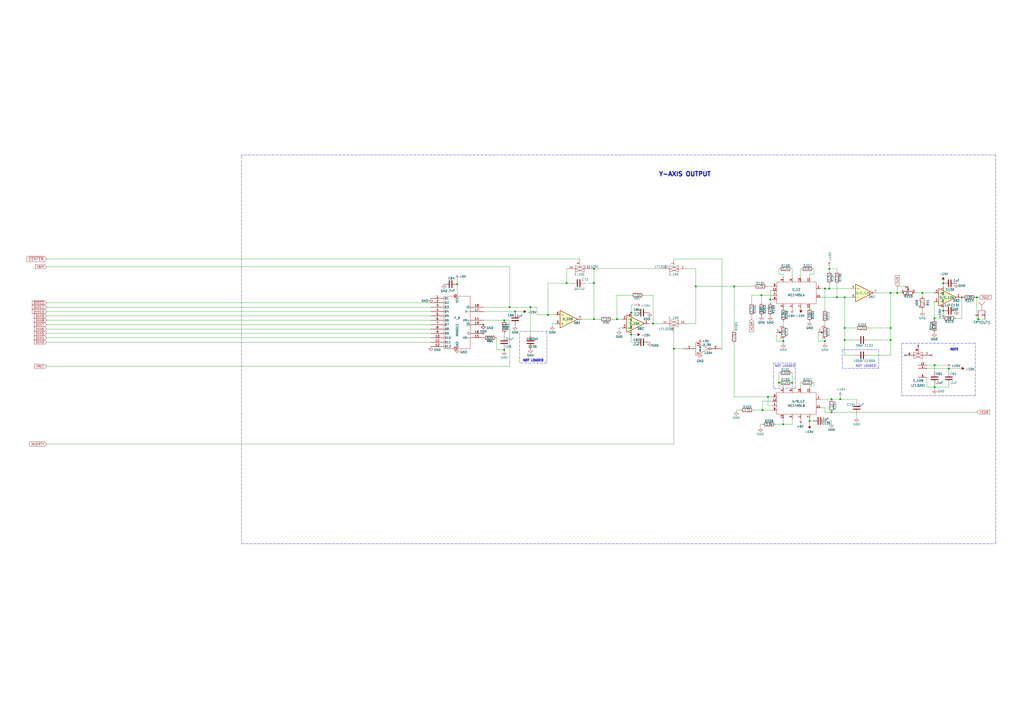
<source format=kicad_sch>
(kicad_sch (version 20211123) (generator eeschema)
  (paper "A2")
  (lib_symbols
    (symbol "Device:C" (pin_numbers hide) (pin_names (offset 0.254))
      (property "Reference" "C" (at 0.635 2.54 0))
      (property "Value" "C" (at 0.635 -2.54 0))
      (symbol "C_0_1"
        (polyline (pts (xy -2.032 -0.762) (xy 2.032 -0.762)) (stroke (width 0.508)))
        (polyline (pts (xy -2.032 0.762) (xy 2.032 0.762)) (stroke (width 0.508)))
      )
      (symbol "C_1_1"
        (pin passive line (at 0 3.81 270) (length 2.794) (name "~") (number "1"))
        (pin passive line (at 0 -3.81 90) (length 2.794) (name "~") (number "2"))
      )
    )
    (symbol "Device:R" (pin_numbers hide) (pin_names (offset 0))
      (property "Reference" "R" (at 2.032 0 90))
      (property "Value" "R" (at 0 0 90))
      (symbol "R_0_1"
        (rectangle (start -1.016 -2.54) (end 1.016 2.54) (stroke (width 0.254)))
      )
      (symbol "R_1_1"
        (pin passive line (at 0 3.81 270) (length 1.27) (name "~") (number "1"))
        (pin passive line (at 0 -3.81 90) (length 1.27) (name "~") (number "2"))
      )
    )
    (symbol "Device:Varistor" (pin_numbers hide) (pin_names (offset 0))
      (property "Reference" "RV" (at 3.175 0 90))
      (property "Value" "Varistor" (at -3.175 0 90))
      (symbol "Varistor_0_0"
        (text "U" (at -1.778 -2.032 0) (effects (font (size 1.27 1.27))))
      )
      (symbol "Varistor_0_1"
        (rectangle (start -1.016 -2.54) (end 1.016 2.54) (stroke (width 0.254)))
        (polyline (pts (xy -1.905 2.54) (xy -1.905 1.27) (xy 1.905 -1.27)))
      )
      (symbol "Varistor_1_1"
        (pin passive line (at 0 3.81 270) (length 1.27) (name "~") (number "1"))
        (pin passive line (at 0 -3.81 90) (length 1.27) (name "~") (number "2"))
      )
    )
    (symbol "Star_Wars_Vector_PCB:AM6012" (pin_names (offset 0.254))
      (property "Reference" "U" (at 0 1.27 0))
      (property "Value" "AM6012" (at 0 -5.715 90))
      (symbol "AM6012_0_0"
        (pin power_in line (at 0 -16.51 90) (length 0) (name "GND") (number "13"))
      )
      (symbol "AM6012_0_1"
        (rectangle (start -7.62 13.97) (end 7.62 -16.51))
      )
      (symbol "AM6012_1_0"
        (pin input line (at 15.24 0 180) (length 7.62) (name "VR+") (number "14"))
        (pin input line (at 15.24 -10.16 180) (length 7.62) (name "VR-") (number "15"))
        (pin input line (at 15.24 -7.62 180) (length 7.62) (name "C") (number "16"))
        (pin input line (at 15.24 5.08 180) (length 7.62) (name "V-") (number "17"))
        (pin input line (at 15.24 -2.54 180) (length 7.62) (name "~{IO}") (number "19"))
        (pin power_in line (at 0 13.97 270) (length 0) (name "VCC") (number "20"))
      )
      (symbol "AM6012_1_1"
        (pin input line (at -15.24 12.7 0) (length 7.62) (name "B1") (number "1"))
        (pin input line (at -15.24 -10.16 0) (length 7.62) (name "B10") (number "10"))
        (pin input line (at -15.24 -12.7 0) (length 7.62) (name "B11") (number "11"))
        (pin input line (at -15.24 -15.24 0) (length 7.62) (name "B12") (number "12"))
        (pin input line (at 15.24 7.62 180) (length 7.62) (name "IO") (number "18"))
        (pin input line (at -15.24 10.16 0) (length 7.62) (name "B2") (number "2"))
        (pin input line (at -15.24 7.62 0) (length 7.62) (name "B3") (number "3"))
        (pin input line (at -15.24 5.08 0) (length 7.62) (name "B4") (number "4"))
        (pin input line (at -15.24 2.54 0) (length 7.62) (name "B5") (number "5"))
        (pin input line (at -15.24 0 0) (length 7.62) (name "B6") (number "6"))
        (pin input line (at -15.24 -2.54 0) (length 7.62) (name "B7") (number "7"))
        (pin input line (at -15.24 -5.08 0) (length 7.62) (name "B8") (number "8"))
        (pin input line (at -15.24 -7.62 0) (length 7.62) (name "B9") (number "9"))
      )
    )
    (symbol "Star_Wars_Vector_PCB:LF13201" (pin_names (offset 0))
      (property "Reference" "U" (at 0 -3.175 0))
      (property "Value" "LF13201" (at 6.985 1.27 0))
      (symbol "LF13201_0_1"
        (polyline (pts (xy -2.54 1.905) (xy -2.54 -1.905) (xy 2.54 0) (xy -2.54 1.905)))
        (polyline (pts (xy 2.54 1.905) (xy 2.54 -1.905) (xy -2.54 0) (xy 2.54 1.905)))
      )
      (symbol "LF13201_1_1"
        (pin bidirectional line (at 0 5.715 270) (length 5.08) (name "~") (number "1"))
        (pin bidirectional line (at -7.62 0 0) (length 5.08) (name "~") (number "2"))
        (pin bidirectional line (at 7.62 0 180) (length 5.08) (name "~") (number "3"))
      )
      (symbol "LF13201_2_1"
        (pin power_in line (at 5.08 -5.715 180) (length 5.08) (name "~") (number "13"))
        (pin power_in line (at 5.08 -7.62 180) (length 5.08) (name "~") (number "4"))
        (pin power_in line (at 5.08 -12.7 180) (length 5.08) (name "~") (number "5"))
        (pin bidirectional line (at -7.62 0 0) (length 5.08) (name "~") (number "6"))
        (pin bidirectional line (at 7.62 0 180) (length 5.08) (name "~") (number "7"))
        (pin bidirectional line (at 0 5.715 270) (length 5.08) (name "~") (number "8"))
      )
      (symbol "LF13201_3_1"
        (pin bidirectional line (at -7.62 0 0) (length 5.08) (name "~") (number "10"))
        (pin bidirectional line (at 7.62 0 180) (length 5.08) (name "~") (number "11"))
        (pin bidirectional line (at 0 5.715 270) (length 5.08) (name "~") (number "9"))
      )
      (symbol "LF13201_4_1"
        (pin bidirectional line (at 7.62 0 180) (length 5.08) (name "~") (number "14"))
        (pin bidirectional line (at -7.62 0 0) (length 5.08) (name "~") (number "15"))
        (pin bidirectional line (at 0 5.715 270) (length 5.08) (name "~") (number "16"))
      )
    )
    (symbol "Star_Wars_Vector_PCB:LS04" (pin_names (offset 0.762))
      (property "Reference" "U" (at 4.445 2.54 0))
      (property "Value" "LS04" (at 5.08 -2.54 0))
      (symbol "LS04_0_0"
        (polyline (pts (xy -3.81 3.81) (xy -3.81 -3.81) (xy 3.81 0) (xy -3.81 3.81)))
      )
      (symbol "LS04_1_0"
        (pin power_in line (at -1.27 2.54 270) (length 0) (name "VCC") (number "14"))
        (pin power_in line (at -1.27 -2.54 90) (length 0) (name "GND") (number "7"))
      )
      (symbol "LS04_1_1"
        (pin input line (at -11.43 0 0) (length 7.62) (name "~") (number "1"))
        (pin output inverted (at 11.43 0 180) (length 7.62) (name "~") (number "2"))
      )
      (symbol "LS04_1_2"
        (pin input inverted (at -11.43 0 0) (length 7.62) (name "~") (number "1"))
        (pin output line (at 11.43 0 180) (length 7.62) (name "~") (number "2"))
      )
      (symbol "LS04_2_1"
        (pin input line (at -11.43 0 0) (length 7.62) (name "~") (number "3"))
        (pin output inverted (at 11.43 0 180) (length 7.62) (name "~") (number "4"))
      )
      (symbol "LS04_2_2"
        (pin input inverted (at -11.43 0 0) (length 7.62) (name "~") (number "3"))
        (pin output line (at 11.43 0 180) (length 7.62) (name "~") (number "4"))
      )
      (symbol "LS04_3_1"
        (pin input line (at -11.43 0 0) (length 7.62) (name "~") (number "5"))
        (pin output inverted (at 11.43 0 180) (length 7.62) (name "~") (number "6"))
      )
      (symbol "LS04_3_2"
        (pin input inverted (at -11.43 0 0) (length 7.62) (name "~") (number "5"))
        (pin output line (at 11.43 0 180) (length 7.62) (name "~") (number "6"))
      )
      (symbol "LS04_4_1"
        (pin output inverted (at 11.43 0 180) (length 7.62) (name "~") (number "8"))
        (pin input line (at -11.43 0 0) (length 7.62) (name "~") (number "9"))
      )
      (symbol "LS04_4_2"
        (pin output line (at 11.43 0 180) (length 7.62) (name "~") (number "8"))
        (pin input inverted (at -11.43 0 0) (length 7.62) (name "~") (number "9"))
      )
      (symbol "LS04_5_1"
        (pin output inverted (at 11.43 0 180) (length 7.62) (name "~") (number "10"))
        (pin input line (at -11.43 0 0) (length 7.62) (name "~") (number "11"))
      )
      (symbol "LS04_5_2"
        (pin output line (at 11.43 0 180) (length 7.62) (name "~") (number "10"))
        (pin input inverted (at -11.43 0 0) (length 7.62) (name "~") (number "11"))
      )
      (symbol "LS04_6_1"
        (pin output inverted (at 11.43 0 180) (length 7.62) (name "~") (number "12"))
        (pin input line (at -11.43 0 0) (length 7.62) (name "~") (number "13"))
      )
      (symbol "LS04_6_2"
        (pin output line (at 11.43 0 180) (length 7.62) (name "~") (number "12"))
        (pin input inverted (at -11.43 0 0) (length 7.62) (name "~") (number "13"))
      )
    )
    (symbol "atari_grav_bw:082"
      (property "Reference" "U" (at 2.54 2.54 0))
      (property "Value" "082" (at 2.54 -2.54 0))
      (symbol "082_0_1"
        (polyline (pts (xy -5.08 -5.08) (xy 5.08 0) (xy -5.08 5.08) (xy -5.08 -5.08)) (stroke (width 0.254)) (fill (type background)))
      )
      (symbol "082_1_1"
        (pin output line (at 7.62 0 180) (length 2.54) (name "~") (number "1"))
        (pin input line (at -7.62 2.54 0) (length 2.54) (name "-") (number "2"))
        (pin input line (at -7.62 -2.54 0) (length 2.54) (name "+") (number "3"))
        (pin power_in line (at -2.54 -6.35 90) (length 2.54) (name "VSS") (number "4"))
        (pin power_in line (at -2.54 6.35 270) (length 2.54) (name "VCC") (number "8"))
      )
      (symbol "082_2_1"
        (pin input line (at -7.62 2.54 0) (length 2.54) (name "+") (number "5"))
        (pin input line (at -7.62 -2.54 0) (length 2.54) (name "-") (number "6"))
        (pin output line (at 7.62 0 180) (length 2.54) (name "~") (number "7"))
      )
    )
    (symbol "atari_grav_bw:POT"
      (property "Reference" "R" (at -3.81 -1.27 0))
      (property "Value" "POT" (at -3.81 1.27 0))
      (symbol "POT_0_1"
        (polyline (pts (xy 2.54 0) (xy 1.524 0)))
        (polyline (pts (xy 1.143 0) (xy 2.286 0.508) (xy 2.286 -0.508)) (fill (type outline)))
        (rectangle (start 1.016 2.54) (end -1.016 -2.54) (stroke (width 0.254)))
      )
      (symbol "POT_1_1"
        (pin passive line (at 0 3.81 270) (length 1.27) (name "") (number "1"))
        (pin passive line (at 3.81 0 180) (length 1.27) (name "") (number "2"))
        (pin passive line (at 0 -3.81 90) (length 1.27) (name "") (number "3"))
      )
    )
    (symbol "atari_grav_bw:TP" (pin_names (offset 1.016))
      (property "Reference" "TP" (at 0 6.35 0))
      (symbol "TP_0_1"
        (polyline (pts (xy 1.905 0) (xy 0 0)))
        (polyline (pts (xy -1.905 5.08) (xy 0 3.175) (xy 1.905 5.08)))
        (polyline (pts (xy 0 3.175) (xy 0 0) (xy -1.905 0)))
      )
      (symbol "TP_1_1"
        (pin input line (at -1.905 -5.08 90) (length 5.08) (name "~") (number "1"))
        (pin input line (at 1.905 -5.08 90) (length 5.08) (name "~") (number "2"))
      )
    )
    (symbol "power:+15V" (power) (pin_names (offset 0))
      (property "Value" "+15V" (at 0 3.556 0))
      (symbol "+15V_0_1"
        (polyline (pts (xy -0.762 1.27) (xy 0 2.54)))
        (polyline (pts (xy 0 0) (xy 0 2.54)))
        (polyline (pts (xy 0 2.54) (xy 0.762 1.27)))
      )
      (symbol "+15V_1_1"
        (pin power_in line (at 0 0 90) (length 0) hide (name "+15V") (number "1"))
      )
    )
    (symbol "power:+5V" (power) (pin_names (offset 0))
      (property "Value" "+5V" (at 0 3.556 0))
      (symbol "+5V_0_1"
        (polyline (pts (xy -0.762 1.27) (xy 0 2.54)))
        (polyline (pts (xy 0 0) (xy 0 2.54)))
        (polyline (pts (xy 0 2.54) (xy 0.762 1.27)))
      )
      (symbol "+5V_1_1"
        (pin power_in line (at 0 0 90) (length 0) hide (name "+5V") (number "1"))
      )
    )
    (symbol "power:+6V" (power) (pin_names (offset 0))
      (property "Value" "+6V" (at 0 3.556 0))
      (symbol "+6V_0_1"
        (polyline (pts (xy -0.762 1.27) (xy 0 2.54)))
        (polyline (pts (xy 0 0) (xy 0 2.54)))
        (polyline (pts (xy 0 2.54) (xy 0.762 1.27)))
      )
      (symbol "+6V_1_1"
        (pin power_in line (at 0 0 90) (length 0) hide (name "+6V") (number "1"))
      )
    )
    (symbol "power:-15V" (power) (pin_names (offset 0))
      (property "Value" "-15V" (at 0 3.81 0))
      (symbol "-15V_0_0"
        (pin power_in line (at 0 0 90) (length 0) hide (name "-15V") (number "1"))
      )
      (symbol "-15V_0_1"
        (polyline (pts (xy 0 0) (xy 0 1.27) (xy 0.762 1.27) (xy 0 2.54) (xy -0.762 1.27) (xy 0 1.27)) (fill (type outline)))
      )
    )
    (symbol "power:GND" (power) (pin_names (offset 0))
      (property "Value" "GND" (at 0 -3.81 0))
      (symbol "GND_0_1"
        (polyline (pts (xy 0 0) (xy 0 -1.27) (xy 1.27 -1.27) (xy 0 -2.54) (xy -1.27 -1.27) (xy 0 -1.27)))
      )
      (symbol "GND_1_1"
        (pin power_in line (at 0 0 270) (length 0) hide (name "GND") (number "1"))
      )
    )
    (symbol "quantum_arcade_pcb:MC1495LA" (pin_names (offset 1.016))
      (property "Reference" "U" (at 0 -1.27 0))
      (property "Value" "MC1495LA" (at 0 1.27 0))
      (symbol "MC1495LA_0_1"
        (rectangle (start -11.43 6.35) (end 11.43 -6.35))
      )
      (symbol "MC1495LA_1_1"
        (pin power_in line (at -2.54 -8.89 90) (length 2.54) (name "~") (number "1"))
        (pin passive line (at 2.54 8.89 270) (length 2.54) (name "~") (number "10"))
        (pin passive line (at 7.62 8.89 270) (length 2.54) (name "~") (number "11"))
        (pin passive line (at -13.97 1.27 0) (length 2.54) (name "~") (number "12"))
        (pin passive line (at 7.62 -8.89 90) (length 2.54) (name "~") (number "13"))
        (pin output line (at 13.97 -2.54 180) (length 2.54) (name "~") (number "14"))
        (pin passive line (at 13.97 2.54 180) (length 2.54) (name "~") (number "2"))
        (pin passive line (at -7.62 -8.89 90) (length 2.54) (name "~") (number "3"))
        (pin input line (at -13.97 -1.27 0) (length 2.54) (name "~") (number "4"))
        (pin passive line (at -7.62 8.89 270) (length 2.54) (name "~") (number "5"))
        (pin passive line (at -2.54 8.89 270) (length 2.54) (name "~") (number "6"))
        (pin power_in line (at 2.54 -8.89 90) (length 2.54) (name "~") (number "7"))
        (pin passive line (at -13.97 -3.81 0) (length 2.54) (name "~") (number "8"))
        (pin input line (at -13.97 3.81 0) (length 2.54) (name "~") (number "9"))
      )
    )
    (symbol "quantum_arcade_pcb:MC1495LB" (pin_names (offset 1.016))
      (property "Reference" "U" (at 0 -1.27 0))
      (property "Value" "MC1495LB" (at 0 1.27 0))
      (symbol "MC1495LB_1_1"
        (rectangle (start -11.43 6.35) (end 11.43 -6.35))
        (pin power_in line (at 2.54 -8.89 90) (length 2.54) (name "~") (number "1"))
        (pin passive line (at 2.54 8.89 270) (length 2.54) (name "~") (number "10"))
        (pin passive line (at 7.62 8.89 270) (length 2.54) (name "~") (number "11"))
        (pin passive line (at -13.97 1.27 0) (length 2.54) (name "~") (number "12"))
        (pin passive line (at -7.62 -8.89 90) (length 2.54) (name "~") (number "13"))
        (pin output line (at 13.97 -2.54 180) (length 2.54) (name "~") (number "14"))
        (pin passive line (at 13.97 2.54 180) (length 2.54) (name "~") (number "2"))
        (pin passive line (at -2.54 -8.89 90) (length 2.54) (name "~") (number "3"))
        (pin input line (at -13.97 -1.27 0) (length 2.54) (name "~") (number "4"))
        (pin passive line (at -7.62 8.89 270) (length 2.54) (name "~") (number "5"))
        (pin passive line (at -2.54 8.89 270) (length 2.54) (name "~") (number "6"))
        (pin power_in line (at 7.62 -8.89 90) (length 2.54) (name "~") (number "7"))
        (pin passive line (at -13.97 -3.81 0) (length 2.54) (name "~") (number "8"))
        (pin input line (at -13.97 3.81 0) (length 2.54) (name "~") (number "9"))
      )
    )
  )
  (junction (at 378.841 187.706))
  (junction (at 292.481 185.801))
  (junction (at 482.346 239.141))
  (junction (at 542.163 211.836))
  (junction (at 469.646 244.221))
  (junction (at 516.636 169.926))
  (junction (at 516.636 197.231))
  (junction (at 547.116 164.338))
  (junction (at 542.163 224.536))
  (junction (at 307.721 178.181))
  (junction (at 567.563 185.293))
  (junction (at 487.426 231.521))
  (junction (at 489.966 197.231))
  (junction (at 478.536 167.386))
  (junction (at 485.521 172.466))
  (junction (at 547.116 180.213))
  (junction (at 454.406 197.866))
  (junction (at 298.831 180.721))
  (junction (at 489.966 172.466))
  (junction (at 441.706 171.196))
  (junction (at 520.446 169.926))
  (junction (at 445.516 230.251))
  (junction (at 442.341 237.871))
  (junction (at 535.051 169.926))
  (junction (at 390.906 202.311))
  (junction (at 516.636 190.246))
  (junction (at 280.416 188.341))
  (junction (at 425.831 166.116))
  (junction (at 295.656 178.181))
  (junction (at 481.076 155.956))
  (junction (at 489.966 190.246))
  (junction (at 317.881 182.626))
  (junction (at 366.141 194.056))
  (junction (at 344.551 164.211))
  (junction (at 344.551 185.166))
  (junction (at 451.866 221.996))
  (junction (at 403.606 166.116))
  (junction (at 542.036 184.658))
  (junction (at 328.676 164.211))
  (junction (at 292.481 202.946))
  (junction (at 366.141 181.356))
  (junction (at 482.346 231.521))
  (junction (at 557.911 172.466))
  (junction (at 550.418 213.741))
  (junction (at 357.886 185.166))
  (junction (at 459.486 221.996))
  (junction (at 566.674 172.466))
  (junction (at 265.176 164.846))
  (junction (at 478.536 197.866))
  (junction (at 481.076 167.386))
  (junction (at 454.406 246.126))
  (junction (at 446.786 173.736))
  (junction (at 344.551 155.956))
  (no_connect (at 525.018 206.121))
  (no_connect (at 540.258 206.121))
  (no_connect (at 280.416 193.421))
  (no_connect (at 532.638 200.406))
  (polyline (pts (xy 304.546 192.151) (xy 317.246 192.151)))
  (wire (pts (xy 566.166 172.466) (xy 566.674 172.466)))
  (wire (pts (xy 442.341 246.126) (xy 441.071 246.126)))
  (wire (pts (xy 390.906 193.421) (xy 390.906 202.311)))
  (wire (pts (xy 280.416 185.801) (xy 292.481 185.801)))
  (wire (pts (xy 475.996 167.386) (xy 478.536 167.386)))
  (polyline (pts (xy 509.651 202.946) (xy 509.651 213.741)))
  (polyline (pts (xy 301.371 210.566) (xy 301.371 192.151)))
  (wire (pts (xy 27.051 212.471) (xy 295.656 212.471)))
  (wire (pts (xy 344.551 164.211) (xy 344.551 185.166)))
  (wire (pts (xy 448.056 230.251) (xy 445.516 230.251)))
  (wire (pts (xy 448.056 166.116) (xy 444.881 166.116)))
  (polyline (pts (xy 301.371 192.151) (xy 304.546 192.151)))
  (wire (pts (xy 550.418 224.536) (xy 550.418 223.266)))
  (polyline (pts (xy 317.246 192.151) (xy 317.246 210.566)))
  (wire (pts (xy 366.141 194.056) (xy 366.141 198.501)))
  (wire (pts (xy 542.163 215.646) (xy 542.163 211.836)))
  (wire (pts (xy 418.846 150.241) (xy 390.906 150.241)))
  (wire (pts (xy 530.606 169.926) (xy 535.051 169.926)))
  (wire (pts (xy 328.676 155.956) (xy 328.676 164.211)))
  (wire (pts (xy 445.516 230.251) (xy 425.831 230.251)))
  (polyline (pts (xy 577.596 315.341) (xy 577.596 89.916)))
  (wire (pts (xy 427.101 237.871) (xy 427.101 238.506)))
  (wire (pts (xy 292.481 185.801) (xy 295.656 185.801)))
  (wire (pts (xy 471.551 244.221) (xy 469.646 244.221)))
  (wire (pts (xy 489.966 197.231) (xy 489.966 206.121)))
  (wire (pts (xy 542.163 211.836) (xy 548.513 211.836)))
  (wire (pts (xy 485.521 164.846) (xy 485.521 172.466)))
  (wire (pts (xy 298.831 180.721) (xy 302.641 180.721)))
  (wire (pts (xy 454.406 188.976) (xy 454.406 186.436)))
  (wire (pts (xy 516.636 206.121) (xy 516.636 197.231)))
  (wire (pts (xy 27.051 195.961) (xy 249.936 195.961)))
  (wire (pts (xy 503.936 197.231) (xy 516.636 197.231)))
  (wire (pts (xy 311.531 182.626) (xy 311.531 178.181)))
  (wire (pts (xy 557.276 172.466) (xy 557.911 172.466)))
  (wire (pts (xy 516.636 190.246) (xy 503.936 190.246)))
  (wire (pts (xy 359.156 190.246) (xy 359.156 191.516)))
  (wire (pts (xy 496.951 231.521) (xy 496.951 232.791)))
  (wire (pts (xy 451.866 159.131) (xy 454.406 159.131)))
  (wire (pts (xy 441.706 171.196) (xy 435.991 171.196)))
  (wire (pts (xy 27.051 175.641) (xy 249.936 175.641)))
  (wire (pts (xy 546.862 184.658) (xy 542.036 184.658)))
  (wire (pts (xy 295.656 185.801) (xy 295.656 212.471)))
  (wire (pts (xy 482.346 239.141) (xy 478.536 239.141)))
  (wire (pts (xy 482.346 231.521) (xy 487.426 231.521)))
  (wire (pts (xy 509.016 169.926) (xy 516.636 169.926)))
  (wire (pts (xy 496.951 240.411) (xy 496.951 242.316)))
  (wire (pts (xy 448.056 168.656) (xy 446.786 168.656)))
  (polyline (pts (xy 523.113 199.136) (xy 523.113 229.616)))
  (wire (pts (xy 489.966 190.246) (xy 489.966 197.231)))
  (wire (pts (xy 459.486 221.996) (xy 459.486 225.171)))
  (wire (pts (xy 328.676 164.211) (xy 317.881 164.211)))
  (wire (pts (xy 448.056 232.791) (xy 442.341 232.791)))
  (wire (pts (xy 344.551 155.956) (xy 383.286 155.956)))
  (wire (pts (xy 307.721 178.181) (xy 307.721 194.691)))
  (wire (pts (xy 547.116 178.816) (xy 547.116 180.213)))
  (wire (pts (xy 535.051 169.926) (xy 535.051 171.831)))
  (wire (pts (xy 292.481 202.946) (xy 292.481 203.581)))
  (wire (pts (xy 390.906 202.311) (xy 390.906 257.556)))
  (wire (pts (xy 489.966 172.466) (xy 485.521 172.466)))
  (wire (pts (xy 295.656 178.181) (xy 307.721 178.181)))
  (wire (pts (xy 535.051 169.926) (xy 542.036 169.926)))
  (wire (pts (xy 437.261 166.116) (xy 425.831 166.116)))
  (wire (pts (xy 474.726 197.866) (xy 474.726 192.786)))
  (wire (pts (xy 344.551 155.956) (xy 344.551 164.211)))
  (wire (pts (xy 317.881 164.211) (xy 317.881 182.626)))
  (wire (pts (xy 566.674 172.466) (xy 567.817 172.466)))
  (wire (pts (xy 280.416 180.721) (xy 298.831 180.721)))
  (wire (pts (xy 459.486 216.281) (xy 459.486 221.996)))
  (wire (pts (xy 403.606 166.116) (xy 425.831 166.116)))
  (wire (pts (xy 557.911 172.466) (xy 558.546 172.466)))
  (wire (pts (xy 27.051 198.501) (xy 249.936 198.501)))
  (wire (pts (xy 307.721 178.181) (xy 311.531 178.181)))
  (wire (pts (xy 435.991 183.261) (xy 435.991 185.166)))
  (polyline (pts (xy 461.391 210.566) (xy 461.391 218.821)))
  (polyline (pts (xy 565.658 229.616) (xy 565.658 199.136)))
  (wire (pts (xy 27.051 178.181) (xy 249.936 178.181)))
  (wire (pts (xy 550.418 215.646) (xy 550.418 213.741)))
  (wire (pts (xy 516.636 169.926) (xy 520.446 169.926)))
  (wire (pts (xy 489.966 172.466) (xy 493.776 172.466)))
  (wire (pts (xy 446.786 175.641) (xy 446.786 173.736)))
  (wire (pts (xy 481.076 164.846) (xy 481.076 167.386)))
  (wire (pts (xy 547.116 180.213) (xy 547.116 181.483)))
  (wire (pts (xy 567.563 185.293) (xy 571.373 185.293)))
  (wire (pts (xy 378.841 187.706) (xy 383.286 187.706)))
  (wire (pts (xy 27.051 183.261) (xy 249.936 183.261)))
  (wire (pts (xy 454.406 159.131) (xy 454.406 161.036)))
  (polyline (pts (xy 448.691 218.821) (xy 448.691 225.171)))
  (wire (pts (xy 441.706 171.196) (xy 448.056 171.196)))
  (wire (pts (xy 390.906 202.311) (xy 395.986 202.311)))
  (polyline (pts (xy 577.596 89.916) (xy 140.081 89.916)))
  (wire (pts (xy 368.681 194.056) (xy 366.141 194.056)))
  (wire (pts (xy 451.866 223.901) (xy 454.406 223.901)))
  (wire (pts (xy 478.536 167.386) (xy 481.076 167.386)))
  (polyline (pts (xy 448.691 210.566) (xy 461.391 210.566)))
  (wire (pts (xy 361.061 190.246) (xy 359.156 190.246)))
  (wire (pts (xy 446.786 168.656) (xy 446.786 173.736)))
  (wire (pts (xy 343.916 155.956) (xy 344.551 155.956)))
  (wire (pts (xy 378.841 187.706) (xy 378.841 171.196)))
  (wire (pts (xy 366.141 181.356) (xy 368.681 181.356)))
  (wire (pts (xy 478.536 236.601) (xy 475.996 236.601)))
  (wire (pts (xy 368.681 176.911) (xy 366.141 176.911)))
  (polyline (pts (xy 488.696 202.946) (xy 509.651 202.946)))
  (wire (pts (xy 459.486 155.956) (xy 459.486 161.036)))
  (wire (pts (xy 344.551 164.211) (xy 339.471 164.211)))
  (wire (pts (xy 357.886 185.166) (xy 361.061 185.166)))
  (wire (pts (xy 320.421 187.706) (xy 320.421 188.976)))
  (wire (pts (xy 27.051 190.881) (xy 249.936 190.881)))
  (wire (pts (xy 542.036 184.658) (xy 542.036 175.006)))
  (wire (pts (xy 472.186 159.131) (xy 469.646 159.131)))
  (wire (pts (xy 482.346 239.141) (xy 566.801 239.141)))
  (polyline (pts (xy 448.691 218.821) (xy 448.691 210.566)))
  (wire (pts (xy 537.718 218.821) (xy 537.718 224.536)))
  (wire (pts (xy 376.301 187.706) (xy 378.841 187.706)))
  (wire (pts (xy 403.606 166.116) (xy 403.606 187.706)))
  (wire (pts (xy 454.406 196.596) (xy 454.406 197.866)))
  (wire (pts (xy 451.866 221.996) (xy 451.866 223.901)))
  (wire (pts (xy 403.606 155.956) (xy 403.606 166.116)))
  (polyline (pts (xy 461.391 225.171) (xy 461.391 218.821)))
  (wire (pts (xy 403.606 155.956) (xy 398.526 155.956)))
  (wire (pts (xy 265.176 162.306) (xy 265.176 164.846)))
  (wire (pts (xy 418.846 202.311) (xy 418.846 150.241)))
  (wire (pts (xy 450.596 197.866) (xy 450.596 192.786)))
  (wire (pts (xy 366.141 176.911) (xy 366.141 181.356)))
  (wire (pts (xy 496.316 197.231) (xy 489.966 197.231)))
  (wire (pts (xy 469.646 244.221) (xy 469.646 246.126)))
  (wire (pts (xy 482.346 231.521) (xy 475.996 231.521)))
  (wire (pts (xy 535.051 179.451) (xy 535.051 180.721)))
  (wire (pts (xy 481.076 167.386) (xy 493.776 167.386)))
  (wire (pts (xy 376.301 198.501) (xy 376.936 198.501)))
  (wire (pts (xy 469.646 159.131) (xy 469.646 161.036)))
  (wire (pts (xy 376.301 181.356) (xy 376.936 181.356)))
  (polyline (pts (xy 140.081 315.341) (xy 577.596 315.341)))
  (wire (pts (xy 478.536 197.866) (xy 478.536 199.136)))
  (wire (pts (xy 478.536 196.596) (xy 478.536 197.866)))
  (wire (pts (xy 516.636 169.926) (xy 516.636 190.246)))
  (wire (pts (xy 451.866 216.281) (xy 451.866 221.996)))
  (wire (pts (xy 496.316 206.121) (xy 489.966 206.121)))
  (wire (pts (xy 27.051 257.556) (xy 390.906 257.556)))
  (wire (pts (xy 557.911 172.466) (xy 557.911 184.658)))
  (wire (pts (xy 542.036 184.658) (xy 542.036 185.293)))
  (wire (pts (xy 542.163 224.536) (xy 542.163 225.806)))
  (wire (pts (xy 464.566 221.996) (xy 464.566 225.171)))
  (wire (pts (xy 516.636 197.231) (xy 516.636 190.246)))
  (polyline (pts (xy 140.081 90.551) (xy 140.081 315.341)))
  (wire (pts (xy 472.186 221.996) (xy 472.186 223.901)))
  (wire (pts (xy 537.718 211.836) (xy 542.163 211.836)))
  (wire (pts (xy 454.406 197.866) (xy 450.596 197.866)))
  (polyline (pts (xy 488.696 213.741) (xy 488.696 202.946)))
  (wire (pts (xy 481.076 155.956) (xy 485.521 155.956)))
  (wire (pts (xy 503.936 206.121) (xy 516.636 206.121)))
  (wire (pts (xy 537.718 213.741) (xy 550.418 213.741)))
  (wire (pts (xy 445.516 235.331) (xy 445.516 230.251)))
  (wire (pts (xy 550.418 213.741) (xy 556.768 213.741)))
  (wire (pts (xy 520.446 169.926) (xy 522.986 169.926)))
  (wire (pts (xy 557.911 184.658) (xy 554.482 184.658)))
  (wire (pts (xy 425.831 166.116) (xy 425.831 191.516)))
  (wire (pts (xy 478.536 179.451) (xy 478.536 167.386)))
  (wire (pts (xy 27.051 180.721) (xy 249.936 180.721)))
  (wire (pts (xy 479.171 244.221) (xy 482.346 244.221)))
  (wire (pts (xy 459.486 246.126) (xy 454.406 246.126)))
  (wire (pts (xy 542.163 224.536) (xy 550.418 224.536)))
  (wire (pts (xy 337.566 185.166) (xy 344.551 185.166)))
  (wire (pts (xy 566.674 185.293) (xy 567.563 185.293)))
  (wire (pts (xy 441.071 246.126) (xy 441.071 248.031)))
  (wire (pts (xy 446.786 173.736) (xy 448.056 173.736)))
  (wire (pts (xy 357.886 171.196) (xy 357.886 185.166)))
  (polyline (pts (xy 509.651 213.741) (xy 488.696 213.741)))
  (wire (pts (xy 322.326 187.706) (xy 320.421 187.706)))
  (wire (pts (xy 485.521 172.466) (xy 475.996 172.466)))
  (wire (pts (xy 442.341 237.871) (xy 437.261 237.871)))
  (wire (pts (xy 472.186 223.901) (xy 469.646 223.901)))
  (wire (pts (xy 454.406 246.126) (xy 449.961 246.126)))
  (wire (pts (xy 547.116 164.338) (xy 547.116 166.116)))
  (wire (pts (xy 459.486 242.951) (xy 459.486 246.126)))
  (wire (pts (xy 403.606 187.706) (xy 398.526 187.706)))
  (wire (pts (xy 487.426 231.521) (xy 496.951 231.521)))
  (wire (pts (xy 469.646 242.951) (xy 469.646 244.221)))
  (wire (pts (xy 288.036 195.961) (xy 288.036 202.946)))
  (wire (pts (xy 469.646 223.901) (xy 469.646 225.171)))
  (wire (pts (xy 429.641 237.871) (xy 427.101 237.871)))
  (wire (pts (xy 485.521 155.956) (xy 485.521 157.226)))
  (polyline (pts (xy 317.246 210.566) (xy 301.371 210.566)))
  (wire (pts (xy 464.566 155.956) (xy 464.566 161.036)))
  (polyline (pts (xy 448.691 225.171) (xy 461.391 225.171)))
  (wire (pts (xy 542.163 223.266) (xy 542.163 224.536)))
  (wire (pts (xy 292.481 202.311) (xy 292.481 202.946)))
  (wire (pts (xy 454.406 197.866) (xy 454.406 199.136)))
  (wire (pts (xy 547.116 163.322) (xy 547.116 164.338)))
  (wire (pts (xy 27.051 150.241) (xy 336.296 150.241)))
  (wire (pts (xy 482.346 244.221) (xy 482.346 245.491)))
  (wire (pts (xy 520.446 166.116) (xy 520.446 169.926)))
  (wire (pts (xy 27.051 185.801) (xy 249.936 185.801)))
  (wire (pts (xy 288.036 202.946) (xy 292.481 202.946)))
  (wire (pts (xy 481.076 154.686) (xy 481.076 155.956)))
  (wire (pts (xy 331.851 164.211) (xy 328.676 164.211)))
  (wire (pts (xy 478.536 239.141) (xy 478.536 236.601)))
  (wire (pts (xy 566.674 172.466) (xy 566.674 185.293)))
  (wire (pts (xy 441.706 175.641) (xy 441.706 171.196)))
  (polyline (pts (xy 565.658 199.136) (xy 523.113 199.136)))
  (wire (pts (xy 472.186 155.956) (xy 472.186 159.131)))
  (wire (pts (xy 295.656 178.181) (xy 295.656 154.686)))
  (wire (pts (xy 478.536 197.866) (xy 474.726 197.866)))
  (wire (pts (xy 481.076 155.956) (xy 481.076 157.226)))
  (wire (pts (xy 265.176 164.846) (xy 265.176 171.831)))
  (wire (pts (xy 448.056 237.871) (xy 442.341 237.871)))
  (wire (pts (xy 478.536 187.071) (xy 478.536 188.976)))
  (wire (pts (xy 298.831 180.721) (xy 298.831 181.356)))
  (wire (pts (xy 496.316 190.246) (xy 489.966 190.246)))
  (wire (pts (xy 454.406 242.951) (xy 454.406 246.126)))
  (wire (pts (xy 355.346 185.166) (xy 357.886 185.166)))
  (wire (pts (xy 448.056 235.331) (xy 445.516 235.331)))
  (wire (pts (xy 435.991 171.196) (xy 435.991 175.641)))
  (polyline (pts (xy 523.113 229.616) (xy 565.658 229.616)))
  (wire (pts (xy 526.796 166.116) (xy 520.446 166.116)))
  (wire (pts (xy 27.051 188.341) (xy 249.936 188.341)))
  (wire (pts (xy 292.481 193.421) (xy 292.481 194.691)))
  (wire (pts (xy 280.416 178.181) (xy 295.656 178.181)))
  (wire (pts (xy 537.718 224.536) (xy 542.163 224.536)))
  (wire (pts (xy 366.141 198.501) (xy 368.681 198.501)))
  (wire (pts (xy 27.051 154.686) (xy 295.656 154.686)))
  (wire (pts (xy 451.866 155.956) (xy 451.866 159.131)))
  (wire (pts (xy 317.881 182.626) (xy 311.531 182.626)))
  (wire (pts (xy 322.326 182.626) (xy 317.881 182.626)))
  (wire (pts (xy 366.014 171.196) (xy 357.886 171.196)))
  (polyline (pts (xy 140.081 89.916) (xy 140.081 90.551)))
  (wire (pts (xy 425.831 230.251) (xy 425.831 199.136)))
  (wire (pts (xy 454.406 223.901) (xy 454.406 225.171)))
  (wire (pts (xy 442.341 232.791) (xy 442.341 237.871)))
  (wire (pts (xy 487.426 231.521) (xy 487.426 230.251)))
  (wire (pts (xy 489.966 190.246) (xy 489.966 172.466)))
  (wire (pts (xy 27.051 193.421) (xy 249.936 193.421)))
  (wire (pts (xy 373.634 171.196) (xy 378.841 171.196)))
  (wire (pts (xy 344.551 185.166) (xy 347.726 185.166)))
  (text "Y-AXIS OUTPUT" (at 382.016 102.616 0) (effects (font (size 2.54 2.54) (thickness 0.508) bold) (justify left bottom)))
  (text "NOTE\n" (at 551.053 203.581 0) (effects (font (size 1.27 1.27) (thickness 0.508) bold) (justify left bottom)))
  (text "NOT LOADED" (at 496.316 213.106 0) (effects (font (size 1.27 1.27)) (justify left bottom)))
  (text "NOT LOADED" (at 449.326 213.106 0) (effects (font (size 1.27 1.27)) (justify left bottom)))
  (text "NOT LOADED\n" (at 303.276 209.931 0) (effects (font (size 1.27 1.27) (thickness 0.508) bold) (justify left bottom)))
  (global_label "DVX5" (shape input) (at 27.051 193.421 180) (property "Intersheet References" "${INTERSHEET_REFS}" (effects hide)))
  (global_label "DVX10" (shape input) (at 27.051 180.721 180) (property "Intersheet References" "${INTERSHEET_REFS}" (effects hide)))
  (global_label "YREF" (shape input) (at 27.051 212.471 180) (property "Intersheet References" "${INTERSHEET_REFS}" (effects hide)))
  (global_label "YLIN" (shape input) (at 520.446 166.116 90) (property "Intersheet References" "${INTERSHEET_REFS}" (effects hide)))
  (global_label "DVX4" (shape input) (at 27.051 195.961 180) (property "Intersheet References" "${INTERSHEET_REFS}" (effects hide)))
  (global_label "DVX9" (shape input) (at 27.051 183.261 180) (property "Intersheet References" "${INTERSHEET_REFS}" (effects hide)))
  (global_label "DVX7" (shape input) (at 27.051 188.341 180) (property "Intersheet References" "${INTERSHEET_REFS}" (effects hide)))
  (global_label "YBIP" (shape input) (at 27.051 154.686 180) (property "Intersheet References" "${INTERSHEET_REFS}" (effects hide)))
  (global_label "YCOR" (shape input) (at 435.991 185.166 270) (property "Intersheet References" "${INTERSHEET_REFS}" (effects hide)))
  (global_label "DVX8" (shape input) (at 27.051 185.801 180) (property "Intersheet References" "${INTERSHEET_REFS}" (effects hide)))
  (global_label "DVX11" (shape input) (at 27.051 178.181 180) (property "Intersheet References" "${INTERSHEET_REFS}" (effects hide)))
  (global_label "~{CENTER}" (shape input) (at 27.051 150.241 180) (effects (font (size 1.524 1.524))) (property "Intersheet References" "${INTERSHEET_REFS}" (effects hide)))
  (global_label "YCOR" (shape input) (at 566.801 239.141 0) (property "Intersheet References" "${INTERSHEET_REFS}" (effects hide)))
  (global_label "YOUT" (shape input) (at 567.817 172.466 0) (property "Intersheet References" "${INTERSHEET_REFS}" (effects hide)))
  (global_label "~{DVX12}" (shape input) (at 27.051 175.641 180) (property "Intersheet References" "${INTERSHEET_REFS}" (effects hide)))
  (global_label "INVERTY" (shape input) (at 27.051 257.556 180) (property "Intersheet References" "${INTERSHEET_REFS}" (effects hide)))
  (global_label "DVX3" (shape input) (at 27.051 198.501 180) (property "Intersheet References" "${INTERSHEET_REFS}" (effects hide)))
  (global_label "DVX6" (shape input) (at 27.051 190.881 180) (property "Intersheet References" "${INTERSHEET_REFS}" (effects hide)))
  (symbol (lib_id "Device:R") (at 469.646 182.626 180) (unit 1)
    (property "Reference" "R201" (at 471.551 182.626 90))
    (property "Value" "10k" (at 469.646 182.626 90))
    (property "Footprint" "Star_Wars_Vector_PCB:GenericComp" (effects hide))
  )
  (symbol (lib_id "atari_grav_bw:POT") (at 454.406 192.786 180) (unit 1)
    (property "Reference" "R213" (at 456.438 195.199 90) (effects (justify right)))
    (property "Value" "10k" (at 454.406 194.437 90) (effects (justify right)))
    (property "Footprint" "Star_Wars_Vector_PCB:PotBlue" (effects hide))
  )
  (symbol (lib_id "power:GND") (at 441.706 183.261 0) (unit 1)
    (property "Reference" "#PWR0413" (effects hide))
    (property "Value" "GND" (at 441.706 187.071 0))
  )
  (symbol (lib_id "power:GND") (at 469.646 186.436 0) (unit 1)
    (property "Reference" "#PWR0412" (effects hide))
    (property "Value" "GND" (at 469.646 190.246 0))
  )
  (symbol (lib_id "Device:R") (at 485.521 161.036 180) (unit 1)
    (property "Reference" "R196" (at 487.426 161.036 90))
    (property "Value" "2.2k" (at 485.521 161.036 90))
    (property "Footprint" "Star_Wars_Vector_PCB:GenericComp" (effects hide))
  )
  (symbol (lib_id "power:GND") (at 542.163 225.806 0) (unit 1)
    (property "Reference" "#PWR0438" (effects hide))
    (property "Value" "GND" (at 545.846 226.949 0))
  )
  (symbol (lib_id "power:GND") (at 542.036 192.913 0) (unit 1)
    (property "Reference" "#PWR0435" (effects hide))
    (property "Value" "GND" (at 542.036 196.723 0))
  )
  (symbol (lib_id "power:GND") (at 280.416 188.341 0) (unit 1)
    (property "Reference" "#PWR0429" (effects hide))
    (property "Value" "GND" (at 284.226 190.246 0))
  )
  (symbol (lib_id "power:GND") (at 482.346 245.491 0) (unit 1)
    (property "Reference" "#PWR0444" (effects hide))
    (property "Value" "GND" (at 482.346 249.301 0))
  )
  (symbol (lib_id "power:GND") (at 257.556 164.846 0) (unit 1)
    (property "Reference" "#PWR0427" (effects hide))
    (property "Value" "GND" (at 257.556 168.783 0))
  )
  (symbol (lib_id "power:+5V") (at 406.146 199.771 0) (unit 1)
    (property "Reference" "#PWR0434" (effects hide))
    (property "Value" "+5V" (at 409.321 197.866 0))
  )
  (symbol (lib_id "power:-15V") (at 302.641 180.721 270) (unit 1)
    (property "Reference" "#PWR0430" (effects hide))
    (property "Value" "-15V" (at 305.8922 181.102 90) (effects (justify left)))
  )
  (symbol (lib_id "power:+15V") (at 487.426 230.251 0) (unit 1)
    (property "Reference" "#PWR0526" (effects hide))
    (property "Value" "+15V" (at 487.807 225.8568 0))
  )
  (symbol (lib_id "quantum_arcade_pcb:MC1495LB") (at 462.026 234.061 0) (unit 1)
    (property "Reference" "A/B_12" (at 459.486 232.791 0) (effects (justify left)))
    (property "Value" "MC1495LB" (at 456.946 235.331 0) (effects (justify left)))
    (property "Footprint" "Star_Wars_Vector_PCB:DIP14" (effects hide))
  )
  (symbol (lib_id "atari_grav_bw:TP") (at 569.468 180.213 0) (unit 1)
    (property "Reference" "TPYOUT1" (at 564.515 187.071 0) (effects (font (size 1.524 1.524)) (justify left)))
    (property "Value" "TP" (effects hide))
    (property "Footprint" "quantum_arcade_pcb:TP" (effects hide))
  )
  (symbol (lib_id "Device:C") (at 550.926 180.213 270) (unit 1)
    (property "Reference" "C131" (at 551.561 177.038 90) (effects (justify left)))
    (property "Value" ".1uF" (at 547.116 177.038 90) (effects (justify left)))
    (property "Footprint" "Star_Wars_Vector_PCB:GenericComp" (effects hide))
  )
  (symbol (lib_id "Device:C") (at 550.926 164.338 270) (unit 1)
    (property "Reference" "C130" (at 548.513 168.021 90) (effects (justify left)))
    (property "Value" ".1uF" (at 552.45 162.687 90) (effects (justify left)))
    (property "Footprint" "Star_Wars_Vector_PCB:GenericComp" (effects hide))
  )
  (symbol (lib_id "Device:C") (at 335.661 164.211 270) (unit 1)
    (property "Reference" "C72" (at 337.439 162.179 90) (effects (justify left)))
    (property "Value" ".047uF" (at 332.74 167.64 90) (effects (justify left)))
    (property "Footprint" "Star_Wars_Vector_PCB:CapYellow" (effects hide))
  )
  (symbol (lib_id "Device:C") (at 307.721 198.501 180) (unit 1)
    (property "Reference" "C136" (at 311.531 201.041 0) (effects (justify left)))
    (property "Value" "1000pf" (at 312.166 196.596 0) (effects (justify left)))
    (property "Footprint" "Star_Wars_Vector_PCB:CapBrown" (effects hide))
  )
  (symbol (lib_id "Device:C") (at 292.481 198.501 180) (unit 1)
    (property "Reference" "C65" (at 296.926 201.041 0) (effects (justify left)))
    (property "Value" ".01uF" (at 298.196 196.596 0) (effects (justify left)))
    (property "Footprint" "Star_Wars_Vector_PCB:CapBrown" (effects hide))
  )
  (symbol (lib_id "Device:R") (at 433.451 237.871 90) (unit 1)
    (property "Reference" "R209" (at 433.451 235.966 90))
    (property "Value" "470" (at 433.451 237.871 90))
    (property "Footprint" "Star_Wars_Vector_PCB:GenericComp" (effects hide))
  )
  (symbol (lib_id "Device:R") (at 454.406 182.626 180) (unit 1)
    (property "Reference" "R206" (at 456.311 182.626 90))
    (property "Value" "3.9k" (at 454.406 182.626 90))
    (property "Footprint" "Star_Wars_Vector_PCB:GenericComp" (effects hide))
  )
  (symbol (lib_id "Device:R") (at 441.071 166.116 270) (unit 1)
    (property "Reference" "R194" (at 441.071 164.211 90))
    (property "Value" "470" (at 441.071 166.116 90))
    (property "Footprint" "Star_Wars_Vector_PCB:GenericComp" (effects hide))
  )
  (symbol (lib_id "power:GND") (at 554.736 180.213 0) (unit 1)
    (property "Reference" "#PWR0407" (effects hide))
    (property "Value" "GND" (at 553.974 179.324 0))
  )
  (symbol (lib_id "power:+15V") (at 481.076 154.686 0) (unit 1)
    (property "Reference" "#PWR0406" (effects hide))
    (property "Value" "+15V" (at 481.457 151.4348 90) (effects (justify left)))
  )
  (symbol (lib_id "power:+15V") (at 547.116 181.483 180) (unit 1)
    (property "Reference" "#PWR0234" (effects hide))
    (property "Value" "+15V" (at 545.211 179.197 90) (effects (justify left)))
  )
  (symbol (lib_id "Star_Wars_Vector_PCB:LS04") (at 407.416 202.311 0) (unit 1)
    (property "Reference" "K_9" (at 410.21 199.898 0))
    (property "Value" "LS04" (at 410.972 204.724 0))
    (property "Footprint" "Star_Wars_Vector_PCB:DIP14" (effects hide))
  )
  (symbol (lib_id "Device:Varistor") (at 535.051 175.641 0) (unit 1)
    (property "Reference" "RV1" (at 538.226 175.641 90))
    (property "Value" "VDR" (at 531.876 175.641 90))
    (property "Footprint" "Star_Wars_Vector_PCB:GenericComp" (effects hide))
  )
  (symbol (lib_id "power:-15V") (at 469.646 246.126 180) (unit 1)
    (property "Reference" "#PWR0528" (effects hide))
    (property "Value" "-15V" (at 469.265 250.5202 0))
  )
  (symbol (lib_id "atari_grav_bw:POT") (at 478.536 192.786 180) (unit 1)
    (property "Reference" "R212" (at 480.568 195.199 90) (effects (justify right)))
    (property "Value" "10k" (at 478.536 194.437 90) (effects (justify right)))
    (property "Footprint" "Star_Wars_Vector_PCB:PotBlue" (effects hide))
  )
  (symbol (lib_id "Device:R") (at 284.226 195.961 270) (unit 1)
    (property "Reference" "R84" (at 284.226 197.993 90))
    (property "Value" "820" (at 284.226 195.961 90))
    (property "Footprint" "Star_Wars_Vector_PCB:GenericComp" (effects hide))
  )
  (symbol (lib_id "power:GND") (at 496.951 242.316 0) (unit 1)
    (property "Reference" "#PWR0445" (effects hide))
    (property "Value" "GND" (at 496.951 246.126 0))
  )
  (symbol (lib_id "power:GND") (at 359.156 191.516 0) (unit 1)
    (property "Reference" "#PWR0418" (effects hide))
    (property "Value" "GND" (at 359.156 195.326 0))
  )
  (symbol (lib_id "power:-15V") (at 556.768 213.741 270) (unit 1)
    (property "Reference" "#PWR0440" (effects hide))
    (property "Value" "-15V" (at 560.0192 214.122 90) (effects (justify left)))
  )
  (symbol (lib_id "atari_grav_bw:POT") (at 526.796 169.926 90) (unit 1)
    (property "Reference" "R210" (at 524.383 171.958 90) (effects (justify right)))
    (property "Value" "2k" (at 525.145 169.926 90) (effects (justify right)))
    (property "Footprint" "Star_Wars_Vector_PCB:PotBlue" (effects hide))
  )
  (symbol (lib_id "power:GND") (at 249.936 173.101 0) (unit 1)
    (property "Reference" "#PWR0417" (effects hide))
    (property "Value" "GND" (at 246.507 174.498 0))
  )
  (symbol (lib_id "Device:R") (at 369.824 171.196 270) (unit 1)
    (property "Reference" "R97" (at 369.824 173.228 90))
    (property "Value" "7.5K" (at 369.824 171.196 90))
    (property "Footprint" "Star_Wars_Vector_PCB:GenericComp" (effects hide))
  )
  (symbol (lib_id "Device:R") (at 478.536 183.261 180) (unit 1)
    (property "Reference" "R211" (at 480.441 183.261 90))
    (property "Value" "5.6k" (at 478.536 183.261 90))
    (property "Footprint" "Star_Wars_Vector_PCB:GenericComp" (effects hide))
  )
  (symbol (lib_id "power:GND") (at 446.786 183.261 0) (unit 1)
    (property "Reference" "#PWR0408" (effects hide))
    (property "Value" "GND" (at 446.786 187.071 0))
  )
  (symbol (lib_id "power:GND") (at 376.936 198.501 0) (unit 1)
    (property "Reference" "#PWR0415" (effects hide))
    (property "Value" "GND" (at 380.111 200.406 0))
  )
  (symbol (lib_id "power:GND") (at 454.406 199.136 0) (unit 1)
    (property "Reference" "#PWR0409" (effects hide))
    (property "Value" "GND" (at 454.406 202.946 0))
  )
  (symbol (lib_id "Device:C") (at 475.361 244.221 270) (unit 1)
    (property "Reference" "C135" (at 476.758 245.491 90) (effects (justify left)))
    (property "Value" ".1uF" (at 476.631 242.951 90) (effects (justify left)))
    (property "Footprint" "Star_Wars_Vector_PCB:GenericComp" (effects hide))
  )
  (symbol (lib_id "power:GND") (at 307.721 202.311 0) (unit 1)
    (property "Reference" "#PWR0416" (effects hide))
    (property "Value" "GND" (at 307.721 206.121 0))
  )
  (symbol (lib_id "power:+6V") (at 464.566 242.951 180) (unit 1)
    (property "Reference" "#PWR0410" (effects hide))
    (property "Value" "+6V" (at 464.185 247.3452 0))
  )
  (symbol (lib_id "power:GND") (at 249.936 201.041 0) (unit 1)
    (property "Reference" "#PWR0422" (effects hide))
    (property "Value" "GND" (at 253.746 202.946 0))
  )
  (symbol (lib_id "Device:C") (at 500.126 197.231 270) (unit 1)
    (property "Reference" "C132" (at 501.396 200.406 90) (effects (justify left)))
    (property "Value" "39pf" (at 496.316 200.406 90) (effects (justify left)))
    (property "Footprint" "Star_Wars_Vector_PCB:CapBrown" (effects hide))
  )
  (symbol (lib_id "Star_Wars_Vector_PCB:LF13201") (at 390.906 187.706 180) (unit 4)
    (property "Reference" "E_10" (at 390.906 184.531 0))
    (property "Value" "LF13201" (at 386.461 190.881 0))
    (property "Footprint" "Star_Wars_Vector_PCB:DIP16" (effects hide))
  )
  (symbol (lib_id "power:GND") (at 280.416 188.341 0) (unit 1)
    (property "Reference" "#PWR0423" (effects hide))
    (property "Value" "GND" (at 280.416 192.151 0))
  )
  (symbol (lib_id "power:GND") (at 298.831 188.976 0) (unit 1)
    (property "Reference" "#PWR0425" (effects hide))
    (property "Value" "GND" (at 298.831 192.786 0))
  )
  (symbol (lib_id "power:-15V") (at 464.566 178.816 180) (unit 1)
    (property "Reference" "#PWR0411" (effects hide))
    (property "Value" "-15V" (at 464.185 183.2102 0))
  )
  (symbol (lib_id "power:GND") (at 441.071 248.031 0) (unit 1)
    (property "Reference" "#PWR0433" (effects hide))
    (property "Value" "GND" (at 441.071 251.841 0))
  )
  (symbol (lib_id "power:GND") (at 427.101 238.506 0) (unit 1)
    (property "Reference" "#PWR0431" (effects hide))
    (property "Value" "GND" (at 427.101 242.316 0))
  )
  (symbol (lib_id "Device:R") (at 425.831 195.326 180) (unit 1)
    (property "Reference" "R193" (at 427.101 189.484 90))
    (property "Value" "470" (at 425.831 195.326 90))
    (property "Footprint" "Star_Wars_Vector_PCB:GenericComp" (effects hide))
  )
  (symbol (lib_id "power:+15V") (at 548.513 211.836 270) (unit 1)
    (property "Reference" "#PWR0439" (effects hide))
    (property "Value" "+15V" (at 551.7642 212.217 90) (effects (justify left)))
  )
  (symbol (lib_id "power:GND") (at 292.481 203.581 0) (unit 1)
    (property "Reference" "#PWR0426" (effects hide))
    (property "Value" "GND" (at 292.481 207.391 0))
  )
  (symbol (lib_id "Device:C") (at 550.418 219.456 0) (unit 1)
    (property "Reference" "C82" (at 551.053 216.916 0) (effects (justify left)))
    (property "Value" ".1uF" (at 551.053 221.996 0) (effects (justify left)))
    (property "Footprint" "Star_Wars_Vector_PCB:GenericComp" (effects hide))
  )
  (symbol (lib_id "power:-15V") (at 547.116 163.322 0) (unit 1)
    (property "Reference" "#PWR0437" (effects hide))
    (property "Value" "-15V" (at 547.497 158.9278 0))
  )
  (symbol (lib_id "Device:C") (at 496.951 236.601 180) (unit 1)
    (property "Reference" "C134" (at 496.316 234.696 0) (effects (justify left)))
    (property "Value" ".1uF" (at 501.396 234.696 0) (effects (justify left)))
    (property "Footprint" "Star_Wars_Vector_PCB:GenericComp" (effects hide))
  )
  (symbol (lib_id "Device:C") (at 372.491 198.501 270) (unit 1)
    (property "Reference" "C83" (at 367.411 197.231 90) (effects (justify left)))
    (property "Value" ".1uF" (at 367.03 199.771 90) (effects (justify left)))
    (property "Footprint" "Star_Wars_Vector_PCB:GenericComp" (effects hide))
  )
  (symbol (lib_id "atari_grav_bw:082") (at 329.946 185.166 0) (mirror x) (unit 2)
    (property "Reference" "D_10" (at 329.311 185.039 0))
    (property "Value" "082" (at 334.772 187.325 0))
    (property "Footprint" "Star_Wars_Vector_PCB:DIP8" (effects hide))
  )
  (symbol (lib_id "power:GND") (at 265.176 202.311 0) (unit 1)
    (property "Reference" "#PWR0424" (effects hide))
    (property "Value" "GND" (at 268.986 204.216 0))
  )
  (symbol (lib_id "quantum_arcade_pcb:MC1495LA") (at 462.026 169.926 0) (unit 1)
    (property "Reference" "C_12" (at 459.486 168.021 0) (effects (justify left)))
    (property "Value" "MC1495LA" (at 456.946 171.196 0) (effects (justify left)))
    (property "Footprint" "Star_Wars_Vector_PCB:DIP14" (effects hide))
  )
  (symbol (lib_id "Device:R") (at 481.076 161.036 180) (unit 1)
    (property "Reference" "R197" (at 482.981 161.036 90))
    (property "Value" "2.2k" (at 481.076 161.036 90))
    (property "Footprint" "Star_Wars_Vector_PCB:GenericComp" (effects hide))
  )
  (symbol (lib_id "Device:R") (at 435.991 179.451 180) (unit 1)
    (property "Reference" "R205" (at 437.896 179.451 90))
    (property "Value" "2.7k" (at 435.991 179.451 90))
    (property "Footprint" "Star_Wars_Vector_PCB:GenericComp" (effects hide))
  )
  (symbol (lib_id "power:GND") (at 478.536 199.136 0) (unit 1)
    (property "Reference" "#PWR0442" (effects hide))
    (property "Value" "GND" (at 478.536 202.946 0))
  )
  (symbol (lib_id "power:+5V") (at 265.176 162.306 0) (unit 1)
    (property "Reference" "#PWR0428" (effects hide))
    (property "Value" "+5V" (at 268.351 160.401 0))
  )
  (symbol (lib_id "Star_Wars_Vector_PCB:LF13201") (at 532.638 206.121 0) (unit 2)
    (property "Reference" "E_10" (at 532.638 220.8435 0))
    (property "Value" "LF13201" (at 532.638 223.6186 0))
    (property "Footprint" "Star_Wars_Vector_PCB:DIP16" (effects hide))
  )
  (symbol (lib_id "Device:C") (at 500.126 206.121 270) (unit 1)
    (property "Reference" "C1000" (at 501.396 209.296 90) (effects (justify left)))
    (property "Value" "100pf" (at 495.046 209.296 90) (effects (justify left)))
  )
  (symbol (lib_id "Device:R") (at 455.676 216.281 270) (unit 1)
    (property "Reference" "R191" (at 455.676 214.376 90))
    (property "Value" "100k" (at 455.676 216.281 90))
    (property "Footprint" "Star_Wars_Vector_PCB:GenericComp" (effects hide))
  )
  (symbol (lib_id "Device:R") (at 562.356 172.466 90) (unit 1)
    (property "Reference" "R214" (at 562.356 174.371 90))
    (property "Value" "100" (at 562.356 172.466 90))
    (property "Footprint" "Star_Wars_Vector_PCB:GenericComp" (effects hide))
  )
  (symbol (lib_id "Star_Wars_Vector_PCB:LF13201") (at 390.906 155.956 0) (mirror y) (unit 1)
    (property "Reference" "E_10" (at 390.906 159.131 0))
    (property "Value" "LF13201" (at 383.921 154.686 0))
    (property "Footprint" "Star_Wars_Vector_PCB:DIP16" (effects hide))
  )
  (symbol (lib_id "power:GND") (at 554.736 164.338 0) (unit 1)
    (property "Reference" "#PWR0432" (effects hide))
    (property "Value" "GND" (at 558.038 165.735 0))
  )
  (symbol (lib_id "Device:C") (at 298.831 185.166 180) (unit 1)
    (property "Reference" "C66" (at 298.323 182.88 0) (effects (justify left)))
    (property "Value" ".1uF" (at 303.276 183.261 0) (effects (justify left)))
    (property "Footprint" "Star_Wars_Vector_PCB:CapYellow" (effects hide))
  )
  (symbol (lib_id "power:GND") (at 376.936 181.356 0) (unit 1)
    (property "Reference" "#PWR0419" (effects hide))
    (property "Value" "GND" (at 375.285 185.039 0))
  )
  (symbol (lib_id "Device:R") (at 500.126 190.246 270) (unit 1)
    (property "Reference" "R200" (at 500.126 188.341 90))
    (property "Value" "12K" (at 500.126 190.246 90))
    (property "Footprint" "Star_Wars_Vector_PCB:GenericComp" (effects hide))
  )
  (symbol (lib_id "atari_grav_bw:082") (at 501.396 169.926 0) (unit 2)
    (property "Reference" "D/E_12" (at 500.761 170.053 0))
    (property "Value" "082" (at 505.714 172.212 0))
    (property "Footprint" "Star_Wars_Vector_PCB:DIP8" (effects hide))
  )
  (symbol (lib_id "power:-15V") (at 368.681 194.056 270) (unit 1)
    (property "Reference" "#PWR0420" (effects hide))
    (property "Value" "-15V" (at 371.9322 194.437 90) (effects (justify left)))
  )
  (symbol (lib_id "Device:R") (at 468.376 221.996 270) (unit 1)
    (property "Reference" "R207" (at 468.376 220.091 90))
    (property "Value" "2.2k" (at 468.376 221.996 90))
    (property "Footprint" "Star_Wars_Vector_PCB:GenericComp" (effects hide))
  )
  (symbol (lib_id "Device:R") (at 550.672 184.658 90) (unit 1)
    (property "Reference" "R215" (at 550.672 186.563 90))
    (property "Value" "68" (at 550.672 184.658 90))
    (property "Footprint" "Star_Wars_Vector_PCB:GenericComp" (effects hide))
  )
  (symbol (lib_id "power:GND") (at 320.421 188.976 0) (unit 1)
    (property "Reference" "#PWR0414" (effects hide))
    (property "Value" "GND" (at 320.421 192.786 0))
  )
  (symbol (lib_id "power:+6V") (at 459.486 178.816 180) (unit 1)
    (property "Reference" "#PWR0441" (effects hide))
    (property "Value" "+6V" (at 459.105 183.2102 0))
  )
  (symbol (lib_id "Star_Wars_Vector_PCB:LF13201") (at 336.296 155.956 0) (unit 3)
    (property "Reference" "E_10" (at 336.296 159.131 0))
    (property "Value" "LF13201" (at 343.281 154.686 0))
    (property "Footprint" "Star_Wars_Vector_PCB:DIP16" (effects hide))
  )
  (symbol (lib_id "Device:R") (at 542.036 189.103 0) (unit 1)
    (property "Reference" "R216" (at 540.131 189.103 90))
    (property "Value" "6.8k" (at 542.036 189.103 90))
    (property "Footprint" "Star_Wars_Vector_PCB:GenericComp" (effects hide))
  )
  (symbol (lib_id "Device:R") (at 455.676 155.956 270) (unit 1)
    (property "Reference" "R198" (at 455.676 154.051 90))
    (property "Value" "2.2k" (at 455.676 155.956 90))
    (property "Footprint" "Star_Wars_Vector_PCB:GenericComp" (effects hide))
  )
  (symbol (lib_id "Device:C") (at 261.366 164.846 270) (unit 1)
    (property "Reference" "C64" (at 259.969 161.417 90) (effects (justify left)))
    (property "Value" ".1uF" (at 259.842 168.402 90) (effects (justify left)))
    (property "Footprint" "Star_Wars_Vector_PCB:GenericComp" (effects hide))
  )
  (symbol (lib_id "Device:R") (at 455.676 221.996 270) (unit 1)
    (property "Reference" "R190" (at 455.676 220.091 90))
    (property "Value" "2.2K" (at 455.676 221.996 90))
    (property "Footprint" "Star_Wars_Vector_PCB:GenericComp" (effects hide))
  )
  (symbol (lib_id "Device:R") (at 292.481 189.611 0) (unit 1)
    (property "Reference" "R83" (at 294.513 189.611 90))
    (property "Value" "680" (at 292.481 189.611 90))
    (property "Footprint" "Star_Wars_Vector_PCB:GenericComp" (effects hide))
  )
  (symbol (lib_id "Device:R") (at 446.786 179.451 180) (unit 1)
    (property "Reference" "R199" (at 448.691 179.451 90))
    (property "Value" "470" (at 446.786 179.451 90))
    (property "Footprint" "Star_Wars_Vector_PCB:GenericComp" (effects hide))
  )
  (symbol (lib_id "atari_grav_bw:082") (at 549.656 172.466 0) (mirror x) (unit 1)
    (property "Reference" "D/E_12" (at 544.957 172.593 0) (effects (justify left)))
    (property "Value" "082" (at 552.831 174.371 0) (effects (justify left)))
    (property "Footprint" "Star_Wars_Vector_PCB:DIP8" (effects hide))
  )
  (symbol (lib_id "Device:R") (at 446.151 246.126 90) (unit 1)
    (property "Reference" "R208" (at 446.151 244.221 90))
    (property "Value" "3.9k" (at 446.151 246.126 90))
    (property "Footprint" "Star_Wars_Vector_PCB:GenericComp" (effects hide))
  )
  (symbol (lib_id "Device:C") (at 542.163 219.456 0) (unit 1)
    (property "Reference" "C81" (at 542.798 216.916 0) (effects (justify left)))
    (property "Value" ".1uF" (at 542.798 221.996 0) (effects (justify left)))
    (property "Footprint" "Star_Wars_Vector_PCB:GenericComp" (effects hide))
  )
  (symbol (lib_id "power:+15V") (at 368.681 176.911 270) (unit 1)
    (property "Reference" "#PWR0421" (effects hide))
    (property "Value" "+15V" (at 371.9322 177.292 90) (effects (justify left)))
  )
  (symbol (lib_id "Device:R") (at 441.706 179.451 180) (unit 1)
    (property "Reference" "R203" (at 443.611 179.451 90))
    (property "Value" "680" (at 441.706 179.451 90))
    (property "Footprint" "Star_Wars_Vector_PCB:GenericComp" (effects hide))
  )
  (symbol (lib_id "Device:R") (at 351.536 185.166 270) (unit 1)
    (property "Reference" "R96" (at 351.536 187.198 90))
    (property "Value" "7.5K" (at 351.536 185.166 90))
    (property "Footprint" "Star_Wars_Vector_PCB:GenericComp" (effects hide))
  )
  (symbol (lib_id "atari_grav_bw:082") (at 368.681 187.706 0) (unit 1)
    (property "Reference" "D_10" (at 368.046 187.706 0))
    (property "Value" "082" (at 371.602 190.627 0))
    (property "Footprint" "Star_Wars_Vector_PCB:DIP8" (effects hide))
  )
  (symbol (lib_id "Device:R") (at 482.346 235.331 0) (unit 1)
    (property "Reference" "R204" (at 484.378 235.331 90))
    (property "Value" "1k" (at 482.346 235.331 90))
    (property "Footprint" "Star_Wars_Vector_PCB:GenericComp" (effects hide))
  )
  (symbol (lib_id "Device:R") (at 468.376 155.956 270) (unit 1)
    (property "Reference" "R202" (at 468.376 154.051 90))
    (property "Value" "3.9k" (at 468.376 155.956 90))
    (property "Footprint" "Star_Wars_Vector_PCB:GenericComp" (effects hide))
  )
  (symbol (lib_id "power:GND") (at 406.146 204.851 0) (unit 1)
    (property "Reference" "#PWR0443" (effects hide))
    (property "Value" "GND" (at 406.146 209.4135 0))
  )
  (symbol (lib_id "Star_Wars_Vector_PCB:AM6012") (at 265.176 185.801 0) (unit 1)
    (property "Reference" "F_9" (at 265.176 184.531 0))
    (property "Value" "AM6012" (at 265.176 191.516 90))
    (property "Footprint" "Star_Wars_Vector_PCB:DIP20" (effects hide))
  )
  (symbol (lib_id "power:GND") (at 535.051 180.721 0) (unit 1)
    (property "Reference" "#PWR0436" (effects hide))
    (property "Value" "GND" (at 535.051 184.531 0))
  )
  (symbol (lib_id "Device:C") (at 372.491 181.356 270) (unit 1)
    (property "Reference" "C84" (at 367.538 179.705 90) (effects (justify left)))
    (property "Value" ".1uF" (at 367.157 182.626 90) (effects (justify left)))
    (property "Footprint" "Star_Wars_Vector_PCB:GenericComp" (effects hide))
  )
)
</source>
